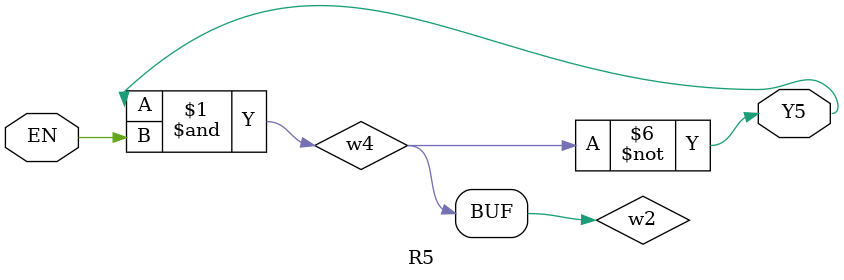
<source format=v>
`timescale 1ns / 1ps
module R5(EN,Y5
    );
input EN;
output Y5;
wire w1,w2,w3,w4,w5;
	nand #5(w1,Y5,EN);
	not #5(w2,w1);
	not #5(w3,w2);
	not #5(w4,w3);
	not #5(Y5,w4);

endmodule

</source>
